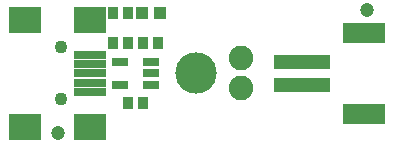
<source format=gbr>
G04 EAGLE Gerber RS-274X export*
G75*
%MOMM*%
%FSLAX34Y34*%
%LPD*%
%INSoldermask Top*%
%IPPOS*%
%AMOC8*
5,1,8,0,0,1.08239X$1,22.5*%
G01*
%ADD10R,1.003200X1.003200*%
%ADD11R,0.903200X1.103200*%
%ADD12R,1.403200X0.753200*%
%ADD13C,3.505200*%
%ADD14R,4.803200X1.203200*%
%ADD15R,3.603200X1.803200*%
%ADD16C,2.082800*%
%ADD17R,2.703200X0.703200*%
%ADD18R,2.703200X2.203200*%
%ADD19C,1.103200*%
%ADD20C,1.203200*%


D10*
X134500Y114300D03*
X119500Y114300D03*
D11*
X108100Y114300D03*
X95100Y114300D03*
D12*
X127301Y54000D03*
X127301Y63500D03*
X127301Y73000D03*
X101299Y73000D03*
X101299Y54000D03*
D11*
X107800Y38100D03*
X120800Y38100D03*
D13*
X165100Y63500D03*
D11*
X95100Y88900D03*
X108100Y88900D03*
X133500Y88900D03*
X120500Y88900D03*
D14*
X255100Y73500D03*
X255100Y53500D03*
D15*
X307100Y97500D03*
X307100Y29500D03*
D16*
X203200Y76200D03*
X203200Y50800D03*
D17*
X75800Y63500D03*
X75800Y71500D03*
X75800Y47500D03*
X75800Y55500D03*
D18*
X20800Y18500D03*
X20800Y108500D03*
X75800Y18500D03*
X75800Y108500D03*
D17*
X75800Y79500D03*
D19*
X50800Y85500D03*
X50800Y41500D03*
D20*
X48260Y12700D03*
X309880Y116840D03*
M02*

</source>
